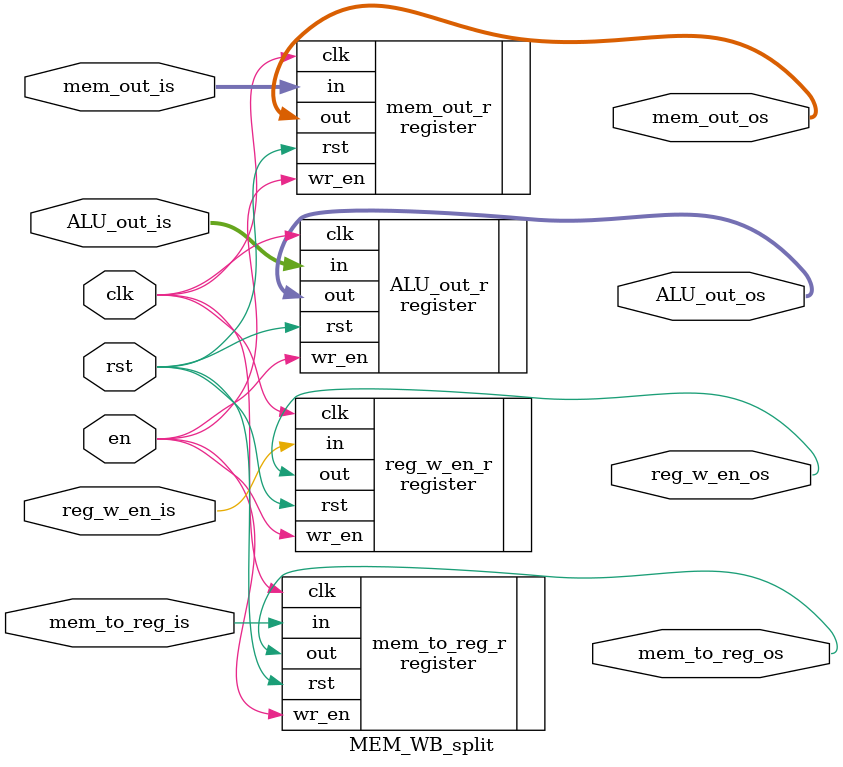
<source format=v>
module MEM_WB_split(clk, rst, en, mem_to_reg_is,reg_w_en_is, ALU_out_is, mem_out_is, mem_to_reg_os,reg_w_en_os, ALU_out_os, mem_out_os);

    input            clk;
    input            rst;
    input            en;

    // ** control signals for write back stage
    // note: this include the reg_w_en signal that goes back to the execute stage
    input            mem_to_reg_is;
    input            reg_w_en_is;

    output           mem_to_reg_os;
    output           reg_w_en_os;

    // ** data for write back stage
    input     [15:0] ALU_out_is;
    input     [15:0] mem_out_is;

    output    [15:0] ALU_out_os;
    output    [15:0] mem_out_os;

    // registers for the write back data
    register #(16) ALU_out_r(.out(ALU_out_os), .in(ALU_out_is), .wr_en(en), .clk(clk), .rst(rst));
    register #(16) mem_out_r(.out(mem_out_os), .in(mem_out_is), .wr_en(en), .clk(clk), .rst(rst));

    // registers for write back control logic
    register #(1) mem_to_reg_r(.out(mem_to_reg_os), .in(mem_to_reg_is), .wr_en(en), .clk(clk), .rst(rst));
    register #(1) reg_w_en_r(.out(reg_w_en_os), .in(reg_w_en_is), .wr_en(en), .clk(clk), .rst(rst));

endmodule
</source>
